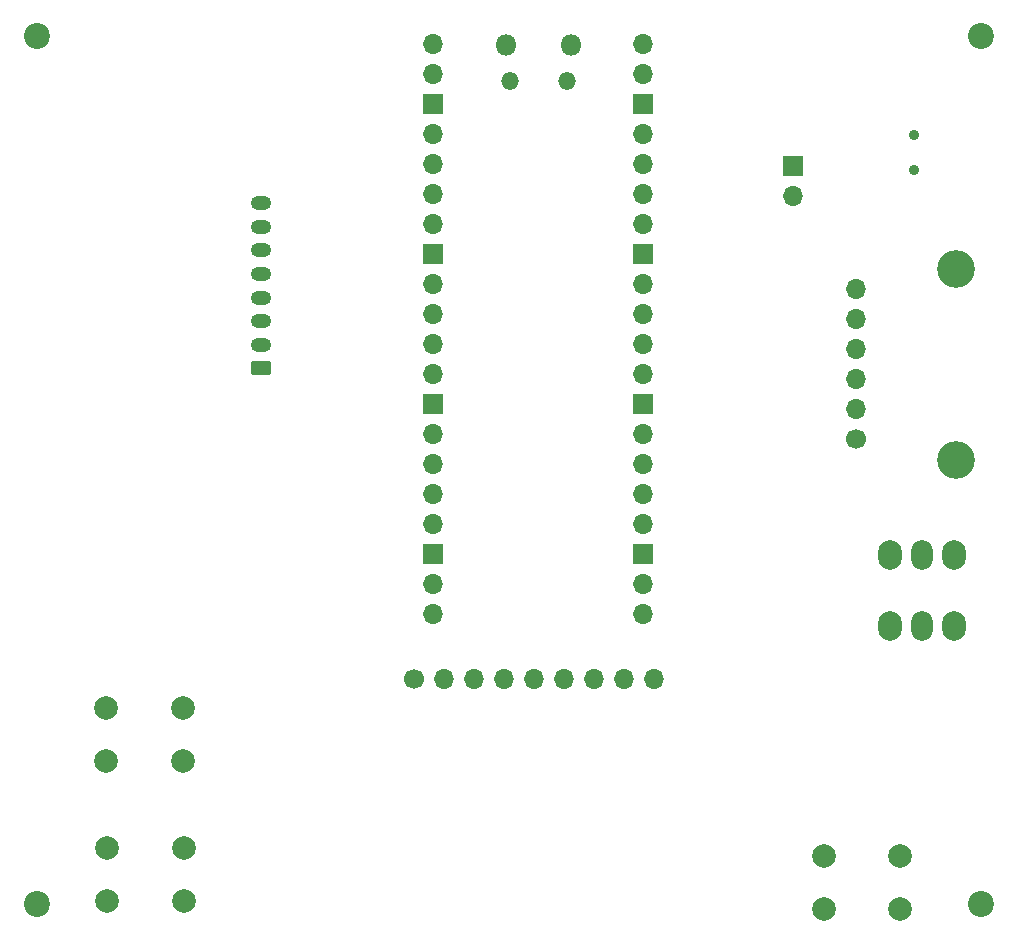
<source format=gbr>
%TF.GenerationSoftware,KiCad,Pcbnew,(6.0.7-1)-1*%
%TF.CreationDate,2023-01-01T12:44:42+00:00*%
%TF.ProjectId,pico-gps-datalogger,7069636f-2d67-4707-932d-646174616c6f,rev?*%
%TF.SameCoordinates,Original*%
%TF.FileFunction,Soldermask,Bot*%
%TF.FilePolarity,Negative*%
%FSLAX46Y46*%
G04 Gerber Fmt 4.6, Leading zero omitted, Abs format (unit mm)*
G04 Created by KiCad (PCBNEW (6.0.7-1)-1) date 2023-01-01 12:44:42*
%MOMM*%
%LPD*%
G01*
G04 APERTURE LIST*
G04 Aperture macros list*
%AMRoundRect*
0 Rectangle with rounded corners*
0 $1 Rounding radius*
0 $2 $3 $4 $5 $6 $7 $8 $9 X,Y pos of 4 corners*
0 Add a 4 corners polygon primitive as box body*
4,1,4,$2,$3,$4,$5,$6,$7,$8,$9,$2,$3,0*
0 Add four circle primitives for the rounded corners*
1,1,$1+$1,$2,$3*
1,1,$1+$1,$4,$5*
1,1,$1+$1,$6,$7*
1,1,$1+$1,$8,$9*
0 Add four rect primitives between the rounded corners*
20,1,$1+$1,$2,$3,$4,$5,0*
20,1,$1+$1,$4,$5,$6,$7,0*
20,1,$1+$1,$6,$7,$8,$9,0*
20,1,$1+$1,$8,$9,$2,$3,0*%
G04 Aperture macros list end*
%ADD10C,1.700000*%
%ADD11O,1.700000X1.700000*%
%ADD12C,2.200000*%
%ADD13O,2.000000X2.500000*%
%ADD14O,1.850000X2.500000*%
%ADD15RoundRect,0.250000X0.625000X-0.350000X0.625000X0.350000X-0.625000X0.350000X-0.625000X-0.350000X0*%
%ADD16O,1.750000X1.200000*%
%ADD17C,3.200000*%
%ADD18C,0.900000*%
%ADD19C,2.000000*%
%ADD20R,1.700000X1.700000*%
%ADD21O,1.500000X1.500000*%
%ADD22O,1.800000X1.800000*%
G04 APERTURE END LIST*
D10*
%TO.C,J4*%
X166510000Y-103660000D03*
D11*
X166510000Y-101120000D03*
X166510000Y-98580000D03*
X166510000Y-96040000D03*
X166510000Y-93500000D03*
X166510000Y-90960000D03*
%TD*%
D12*
%TO.C,H4*%
X177100000Y-143000000D03*
%TD*%
%TO.C,H1*%
X97200000Y-69500000D03*
%TD*%
D10*
%TO.C,J2*%
X129100000Y-123960000D03*
D11*
X131640000Y-123960000D03*
X134180000Y-123960000D03*
X136720000Y-123960000D03*
X139260000Y-123960000D03*
X141800000Y-123960000D03*
X144340000Y-123960000D03*
X146880000Y-123960000D03*
X149420000Y-123960000D03*
%TD*%
D12*
%TO.C,H2*%
X177100000Y-69500000D03*
%TD*%
D13*
%TO.C,SW5*%
X174860000Y-119470000D03*
D14*
X172120000Y-119470000D03*
D13*
X169380000Y-119470000D03*
X169380000Y-113470000D03*
D14*
X172120000Y-113470000D03*
D13*
X174860000Y-113470000D03*
%TD*%
D15*
%TO.C,J1*%
X116120000Y-97680000D03*
D16*
X116120000Y-95680000D03*
X116120000Y-93680000D03*
X116120000Y-91680000D03*
X116120000Y-89680000D03*
X116120000Y-87680000D03*
X116120000Y-85680000D03*
X116120000Y-83680000D03*
%TD*%
D12*
%TO.C,H3*%
X97200000Y-143000000D03*
%TD*%
D17*
%TO.C,H6*%
X175000000Y-105400000D03*
%TD*%
D18*
%TO.C,SW4*%
X171440000Y-77880000D03*
X171440000Y-80880000D03*
%TD*%
D19*
%TO.C,SW1*%
X109540000Y-126440000D03*
X103040000Y-126440000D03*
X103040000Y-130940000D03*
X109540000Y-130940000D03*
%TD*%
%TO.C,SW3*%
X170280000Y-138920000D03*
X163780000Y-138920000D03*
X163780000Y-143420000D03*
X170280000Y-143420000D03*
%TD*%
D20*
%TO.C,J3*%
X161160000Y-80500000D03*
D11*
X161160000Y-83040000D03*
%TD*%
D21*
%TO.C,U3*%
X142060000Y-73335000D03*
X137210000Y-73335000D03*
D22*
X142360000Y-70305000D03*
X136910000Y-70305000D03*
D11*
X130745000Y-70175000D03*
X130745000Y-72715000D03*
D20*
X130745000Y-75255000D03*
D11*
X130745000Y-77795000D03*
X130745000Y-80335000D03*
X130745000Y-82875000D03*
X130745000Y-85415000D03*
D20*
X130745000Y-87955000D03*
D11*
X130745000Y-90495000D03*
X130745000Y-93035000D03*
X130745000Y-95575000D03*
X130745000Y-98115000D03*
D20*
X130745000Y-100655000D03*
D11*
X130745000Y-103195000D03*
X130745000Y-105735000D03*
X130745000Y-108275000D03*
X130745000Y-110815000D03*
D20*
X130745000Y-113355000D03*
D11*
X130745000Y-115895000D03*
X130745000Y-118435000D03*
X148525000Y-118435000D03*
X148525000Y-115895000D03*
D20*
X148525000Y-113355000D03*
D11*
X148525000Y-110815000D03*
X148525000Y-108275000D03*
X148525000Y-105735000D03*
X148525000Y-103195000D03*
D20*
X148525000Y-100655000D03*
D11*
X148525000Y-98115000D03*
X148525000Y-95575000D03*
X148525000Y-93035000D03*
X148525000Y-90495000D03*
D20*
X148525000Y-87955000D03*
D11*
X148525000Y-85415000D03*
X148525000Y-82875000D03*
X148525000Y-80335000D03*
X148525000Y-77795000D03*
D20*
X148525000Y-75255000D03*
D11*
X148525000Y-72715000D03*
X148525000Y-70175000D03*
%TD*%
D19*
%TO.C,SW2*%
X103120000Y-138290000D03*
X109620000Y-138290000D03*
X103120000Y-142790000D03*
X109620000Y-142790000D03*
%TD*%
D17*
%TO.C,H5*%
X175020000Y-89240000D03*
%TD*%
M02*

</source>
